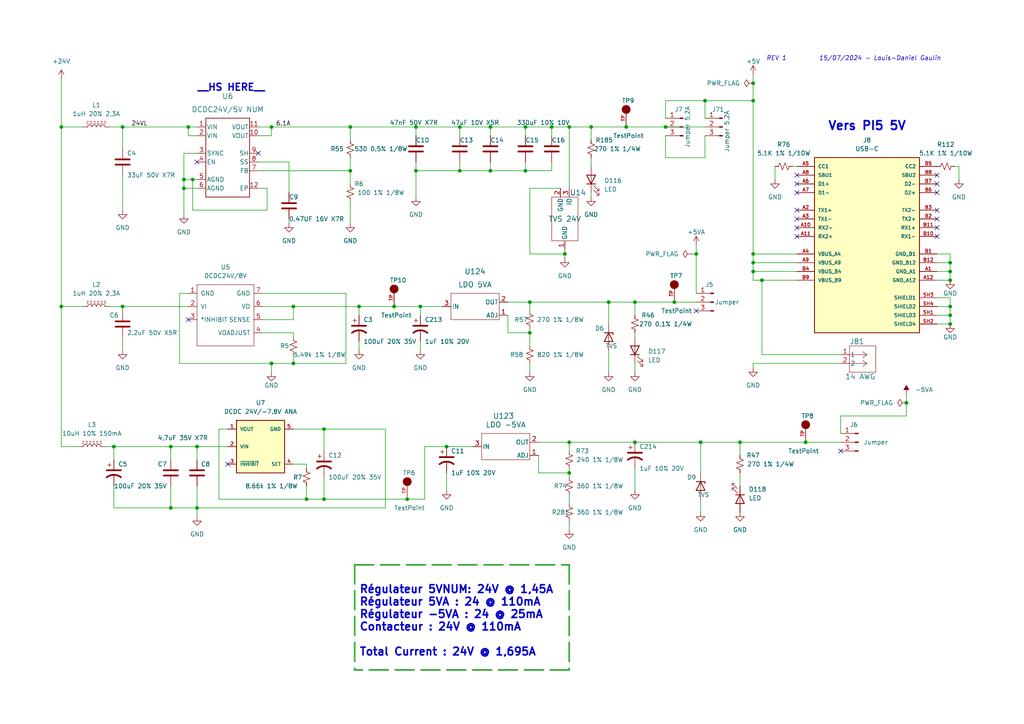
<source format=kicad_sch>
(kicad_sch (version 20211123) (generator eeschema)
  (paper "A4")
  (junction (at 49.53 147.32))
  (junction (at 88.9 144.78))
  (junction (at 218.44 76.2))
  (junction (at 120.65 49.53))
  (junction (at 218.44 78.74))
  (junction (at 35.56 36.83))
  (junction (at 129.54 129.54))
  (junction (at 142.24 36.83))
  (junction (at 181.61 36.83))
  (junction (at 152.4 49.53))
  (junction (at 55.88 52.07))
  (junction (at 133.35 49.53))
  (junction (at 193.04 36.83))
  (junction (at 163.83 73.66))
  (junction (at 275.59 76.2))
  (junction (at 93.98 124.46))
  (junction (at 275.59 78.74))
  (junction (at 57.15 129.54))
  (junction (at 184.15 87.63))
  (junction (at 275.59 88.9))
  (junction (at 35.56 88.9))
  (junction (at 133.35 36.83))
  (junction (at 275.59 81.28))
  (junction (at 142.24 49.53))
  (junction (at 101.6 49.53))
  (junction (at 275.59 93.98))
  (junction (at 184.15 128.27))
  (junction (at 165.1 128.27))
  (junction (at 57.15 147.32))
  (junction (at 153.67 96.52))
  (junction (at 114.3 88.9))
  (junction (at 214.63 128.27))
  (junction (at 195.58 87.63))
  (junction (at 54.61 36.83))
  (junction (at 218.44 73.66))
  (junction (at 152.4 36.83))
  (junction (at 118.11 144.78))
  (junction (at 78.74 36.83))
  (junction (at 233.68 128.27))
  (junction (at 201.93 73.66))
  (junction (at 121.92 88.9))
  (junction (at 93.98 144.78))
  (junction (at 220.98 81.28))
  (junction (at 204.47 29.21))
  (junction (at 218.44 24.13))
  (junction (at 49.53 129.54))
  (junction (at 53.34 52.07))
  (junction (at 165.1 137.16))
  (junction (at 165.1 36.83))
  (junction (at 160.02 36.83))
  (junction (at 153.67 87.63))
  (junction (at 203.2 128.27))
  (junction (at 33.02 129.54))
  (junction (at 218.44 29.21))
  (junction (at 85.09 88.9))
  (junction (at 17.78 36.83))
  (junction (at 120.65 36.83))
  (junction (at 171.45 36.83))
  (junction (at 78.74 105.41))
  (junction (at 101.6 36.83))
  (junction (at 17.78 88.9))
  (junction (at 176.53 87.63))
  (junction (at 53.34 54.61))
  (junction (at 85.09 105.41))
  (junction (at 104.14 88.9))
  (junction (at 275.59 91.44))
  (junction (at 262.89 116.84))
  (no_connect (at 74.93 44.45))
  (no_connect (at 271.78 63.5))
  (no_connect (at 271.78 66.04))
  (no_connect (at 231.14 63.5))
  (no_connect (at 57.15 46.99))
  (no_connect (at 271.78 55.88))
  (no_connect (at 271.78 60.96))
  (no_connect (at 66.04 134.62))
  (no_connect (at 243.84 130.81))
  (no_connect (at 54.61 92.71))
  (no_connect (at 231.14 60.96))
  (no_connect (at 231.14 53.34))
  (no_connect (at 271.78 50.8))
  (no_connect (at 231.14 50.8))
  (no_connect (at 231.14 66.04))
  (no_connect (at 271.78 53.34))
  (no_connect (at 201.93 90.17))
  (no_connect (at 231.14 68.58))
  (no_connect (at 231.14 55.88))
  (no_connect (at 271.78 68.58))
  (wire (pts (xy 31.75 88.9) (xy 35.56 88.9)))
  (wire (pts (xy 118.11 144.78) (xy 123.19 144.78)))
  (wire (pts (xy 184.15 96.52) (xy 184.15 97.79)))
  (wire (pts (xy 165.1 128.27) (xy 184.15 128.27)))
  (wire (pts (xy 152.4 49.53) (xy 142.24 49.53)))
  (wire (pts (xy 53.34 54.61) (xy 53.34 62.23)))
  (wire (pts (xy 120.65 36.83) (xy 133.35 36.83)))
  (wire (pts (xy 184.15 105.41) (xy 184.15 107.95)))
  (wire (pts (xy 271.78 86.36) (xy 275.59 86.36)))
  (wire (pts (xy 142.24 39.37) (xy 142.24 36.83)))
  (wire (pts (xy 78.74 36.83) (xy 101.6 36.83)))
  (wire (pts (xy 152.4 49.53) (xy 160.02 49.53)))
  (wire (pts (xy 120.65 46.99) (xy 120.65 49.53)))
  (wire (pts (xy 53.34 54.61) (xy 57.15 54.61)))
  (wire (pts (xy 33.02 147.32) (xy 49.53 147.32)))
  (wire (pts (xy 57.15 140.97) (xy 57.15 147.32)))
  (wire (pts (xy 218.44 78.74) (xy 231.14 78.74)))
  (wire (pts (xy 78.74 105.41) (xy 78.74 107.95)))
  (wire (pts (xy 165.1 151.13) (xy 165.1 153.67)))
  (wire (pts (xy 165.1 135.89) (xy 165.1 137.16)))
  (wire (pts (xy 85.09 134.62) (xy 88.9 134.62)))
  (wire (pts (xy 152.4 36.83) (xy 160.02 36.83)))
  (wire (pts (xy 204.47 29.21) (xy 218.44 29.21)))
  (wire (pts (xy 218.44 76.2) (xy 231.14 76.2)))
  (wire (pts (xy 57.15 129.54) (xy 66.04 129.54)))
  (wire (pts (xy 49.53 140.97) (xy 49.53 147.32)))
  (wire (pts (xy 156.21 137.16) (xy 165.1 137.16)))
  (wire (pts (xy 55.88 52.07) (xy 57.15 52.07)))
  (wire (pts (xy 57.15 39.37) (xy 54.61 39.37)))
  (wire (pts (xy 243.84 105.41) (xy 218.44 105.41)))
  (wire (pts (xy 153.67 87.63) (xy 176.53 87.63)))
  (wire (pts (xy 35.56 88.9) (xy 35.56 90.17)))
  (wire (pts (xy 153.67 96.52) (xy 153.67 100.33)))
  (wire (pts (xy 63.5 144.78) (xy 88.9 144.78)))
  (wire (pts (xy 275.59 93.98) (xy 271.78 93.98)))
  (wire (pts (xy 271.78 81.28) (xy 275.59 81.28)))
  (wire (pts (xy 88.9 144.78) (xy 88.9 140.97)))
  (wire (pts (xy 129.54 129.54) (xy 137.16 129.54)))
  (wire (pts (xy 171.45 36.83) (xy 181.61 36.83)))
  (wire (pts (xy 85.09 92.71) (xy 85.09 88.9)))
  (wire (pts (xy 88.9 135.89) (xy 88.9 134.62)))
  (wire (pts (xy 57.15 147.32) (xy 111.76 147.32)))
  (wire (pts (xy 171.45 55.88) (xy 171.45 57.15)))
  (wire (pts (xy 85.09 124.46) (xy 93.98 124.46)))
  (wire (pts (xy 271.78 76.2) (xy 275.59 76.2)))
  (polyline (pts (xy 165.1 194.31) (xy 102.87 194.31)) (stroke (width 0.5) (type dash) (color 56 168 58 1)))
  (wire (pts (xy 54.61 85.09) (xy 52.07 85.09)))
  (wire (pts (xy 49.53 129.54) (xy 49.53 133.35)))
  (wire (pts (xy 229.87 48.26) (xy 231.14 48.26)))
  (wire (pts (xy 74.93 49.53) (xy 101.6 49.53)))
  (wire (pts (xy 76.2 88.9) (xy 85.09 88.9)))
  (wire (pts (xy 193.04 45.72) (xy 193.04 39.37)))
  (wire (pts (xy 184.15 87.63) (xy 184.15 91.44)))
  (wire (pts (xy 85.09 88.9) (xy 104.14 88.9)))
  (wire (pts (xy 85.09 97.79) (xy 85.09 96.52)))
  (wire (pts (xy 104.14 99.06) (xy 104.14 101.6)))
  (wire (pts (xy 220.98 102.87) (xy 243.84 102.87)))
  (wire (pts (xy 53.34 52.07) (xy 55.88 52.07)))
  (wire (pts (xy 201.93 73.66) (xy 201.93 85.09)))
  (wire (pts (xy 171.45 45.72) (xy 171.45 48.26)))
  (wire (pts (xy 275.59 88.9) (xy 275.59 91.44)))
  (wire (pts (xy 76.2 96.52) (xy 85.09 96.52)))
  (wire (pts (xy 33.02 140.97) (xy 33.02 147.32)))
  (wire (pts (xy 52.07 85.09) (xy 52.07 105.41)))
  (wire (pts (xy 218.44 105.41) (xy 218.44 106.68)))
  (wire (pts (xy 54.61 39.37) (xy 54.61 36.83)))
  (wire (pts (xy 275.59 73.66) (xy 275.59 76.2)))
  (wire (pts (xy 156.21 128.27) (xy 165.1 128.27)))
  (wire (pts (xy 57.15 44.45) (xy 53.34 44.45)))
  (wire (pts (xy 275.59 86.36) (xy 275.59 88.9)))
  (wire (pts (xy 120.65 49.53) (xy 120.65 57.15)))
  (wire (pts (xy 133.35 39.37) (xy 133.35 36.83)))
  (wire (pts (xy 218.44 78.74) (xy 218.44 81.28)))
  (wire (pts (xy 85.09 105.41) (xy 100.33 105.41)))
  (wire (pts (xy 214.63 128.27) (xy 214.63 132.08)))
  (wire (pts (xy 30.48 129.54) (xy 33.02 129.54)))
  (wire (pts (xy 220.98 81.28) (xy 231.14 81.28)))
  (wire (pts (xy 275.59 76.2) (xy 275.59 78.74)))
  (wire (pts (xy 201.93 73.66) (xy 200.66 73.66)))
  (wire (pts (xy 153.67 87.63) (xy 153.67 90.17)))
  (wire (pts (xy 262.89 114.3) (xy 262.89 116.84)))
  (wire (pts (xy 17.78 36.83) (xy 17.78 88.9)))
  (wire (pts (xy 83.82 55.88) (xy 83.82 46.99)))
  (wire (pts (xy 152.4 46.99) (xy 152.4 49.53)))
  (wire (pts (xy 111.76 124.46) (xy 111.76 147.32)))
  (wire (pts (xy 243.84 125.73) (xy 243.84 120.65)))
  (wire (pts (xy 54.61 36.83) (xy 57.15 36.83)))
  (wire (pts (xy 83.82 46.99) (xy 74.93 46.99)))
  (wire (pts (xy 271.78 73.66) (xy 275.59 73.66)))
  (wire (pts (xy 53.34 52.07) (xy 53.34 54.61)))
  (wire (pts (xy 218.44 73.66) (xy 231.14 73.66)))
  (wire (pts (xy 218.44 76.2) (xy 218.44 78.74)))
  (wire (pts (xy 88.9 144.78) (xy 93.98 144.78)))
  (wire (pts (xy 220.98 81.28) (xy 220.98 102.87)))
  (wire (pts (xy 218.44 73.66) (xy 218.44 76.2)))
  (wire (pts (xy 93.98 144.78) (xy 118.11 144.78)))
  (wire (pts (xy 163.83 73.66) (xy 163.83 72.39)))
  (wire (pts (xy 163.83 74.93) (xy 163.83 73.66)))
  (wire (pts (xy 76.2 92.71) (xy 85.09 92.71)))
  (wire (pts (xy 100.33 85.09) (xy 100.33 105.41)))
  (wire (pts (xy 275.59 91.44) (xy 275.59 93.98)))
  (wire (pts (xy 204.47 39.37) (xy 204.47 45.72)))
  (wire (pts (xy 17.78 129.54) (xy 22.86 129.54)))
  (wire (pts (xy 218.44 24.13) (xy 218.44 29.21)))
  (wire (pts (xy 78.74 105.41) (xy 85.09 105.41)))
  (wire (pts (xy 133.35 36.83) (xy 142.24 36.83)))
  (wire (pts (xy 121.92 88.9) (xy 128.27 88.9)))
  (wire (pts (xy 53.34 44.45) (xy 53.34 52.07)))
  (wire (pts (xy 214.63 128.27) (xy 233.68 128.27)))
  (wire (pts (xy 165.1 143.51) (xy 165.1 146.05)))
  (wire (pts (xy 214.63 137.16) (xy 214.63 140.97)))
  (wire (pts (xy 262.89 120.65) (xy 262.89 116.84)))
  (wire (pts (xy 121.92 91.44) (xy 121.92 88.9)))
  (wire (pts (xy 93.98 138.43) (xy 93.98 144.78)))
  (wire (pts (xy 66.04 124.46) (xy 63.5 124.46)))
  (wire (pts (xy 101.6 45.72) (xy 101.6 49.53)))
  (wire (pts (xy 224.79 48.26) (xy 224.79 52.07)))
  (wire (pts (xy 104.14 88.9) (xy 114.3 88.9)))
  (wire (pts (xy 204.47 29.21) (xy 204.47 34.29)))
  (wire (pts (xy 165.1 36.83) (xy 165.1 54.61)))
  (wire (pts (xy 133.35 49.53) (xy 142.24 49.53)))
  (wire (pts (xy 184.15 128.27) (xy 203.2 128.27)))
  (wire (pts (xy 218.44 21.59) (xy 218.44 24.13)))
  (wire (pts (xy 203.2 128.27) (xy 203.2 137.16)))
  (wire (pts (xy 120.65 36.83) (xy 120.65 39.37)))
  (wire (pts (xy 35.56 88.9) (xy 54.61 88.9)))
  (wire (pts (xy 35.56 60.96) (xy 35.56 50.8)))
  (wire (pts (xy 181.61 36.83) (xy 193.04 36.83)))
  (wire (pts (xy 162.56 54.61) (xy 153.67 54.61)))
  (wire (pts (xy 142.24 36.83) (xy 152.4 36.83)))
  (wire (pts (xy 85.09 102.87) (xy 85.09 105.41)))
  (wire (pts (xy 57.15 129.54) (xy 57.15 133.35)))
  (wire (pts (xy 55.88 60.96) (xy 55.88 52.07)))
  (wire (pts (xy 147.32 87.63) (xy 153.67 87.63)))
  (wire (pts (xy 101.6 36.83) (xy 120.65 36.83)))
  (wire (pts (xy 52.07 105.41) (xy 78.74 105.41)))
  (wire (pts (xy 160.02 46.99) (xy 160.02 49.53)))
  (wire (pts (xy 171.45 36.83) (xy 171.45 40.64)))
  (wire (pts (xy 218.44 29.21) (xy 218.44 73.66)))
  (wire (pts (xy 142.24 46.99) (xy 142.24 49.53)))
  (wire (pts (xy 243.84 120.65) (xy 262.89 120.65)))
  (wire (pts (xy 153.67 54.61) (xy 153.67 73.66)))
  (wire (pts (xy 35.56 97.79) (xy 35.56 101.6)))
  (wire (pts (xy 220.98 81.28) (xy 218.44 81.28)))
  (wire (pts (xy 195.58 87.63) (xy 201.93 87.63)))
  (wire (pts (xy 17.78 88.9) (xy 17.78 129.54)))
  (wire (pts (xy 193.04 29.21) (xy 204.47 29.21)))
  (wire (pts (xy 176.53 101.6) (xy 176.53 107.95)))
  (polyline (pts (xy 102.87 163.83) (xy 102.87 194.31)) (stroke (width 0.5) (type dash) (color 56 168 58 1)))
  (wire (pts (xy 57.15 147.32) (xy 57.15 149.86)))
  (wire (pts (xy 160.02 36.83) (xy 165.1 36.83)))
  (wire (pts (xy 184.15 87.63) (xy 195.58 87.63)))
  (polyline (pts (xy 102.87 163.83) (xy 165.1 163.83)) (stroke (width 0.5) (type dash) (color 56 168 58 1)))
  (wire (pts (xy 77.47 60.96) (xy 55.88 60.96)))
  (wire (pts (xy 74.93 36.83) (xy 78.74 36.83)))
  (wire (pts (xy 160.02 36.83) (xy 160.02 39.37)))
  (wire (pts (xy 275.59 78.74) (xy 275.59 81.28)))
  (wire (pts (xy 123.19 129.54) (xy 129.54 129.54)))
  (wire (pts (xy 165.1 36.83) (xy 171.45 36.83)))
  (wire (pts (xy 101.6 58.42) (xy 101.6 64.77)))
  (wire (pts (xy 49.53 147.32) (xy 57.15 147.32)))
  (wire (pts (xy 147.32 91.44) (xy 147.32 96.52)))
  (wire (pts (xy 104.14 88.9) (xy 104.14 91.44)))
  (wire (pts (xy 165.1 128.27) (xy 165.1 130.81)))
  (wire (pts (xy 203.2 128.27) (xy 214.63 128.27)))
  (wire (pts (xy 193.04 36.83) (xy 204.47 36.83)))
  (wire (pts (xy 93.98 124.46) (xy 93.98 130.81)))
  (wire (pts (xy 204.47 45.72) (xy 193.04 45.72)))
  (wire (pts (xy 133.35 46.99) (xy 133.35 49.53)))
  (wire (pts (xy 153.67 95.25) (xy 153.67 96.52)))
  (wire (pts (xy 156.21 132.08) (xy 156.21 137.16)))
  (wire (pts (xy 165.1 137.16) (xy 165.1 138.43)))
  (wire (pts (xy 271.78 91.44) (xy 275.59 91.44)))
  (wire (pts (xy 101.6 36.83) (xy 101.6 40.64)))
  (wire (pts (xy 74.93 39.37) (xy 78.74 39.37)))
  (wire (pts (xy 17.78 88.9) (xy 24.13 88.9)))
  (wire (pts (xy 176.53 87.63) (xy 176.53 93.98)))
  (wire (pts (xy 278.13 48.26) (xy 278.13 52.07)))
  (wire (pts (xy 101.6 49.53) (xy 101.6 53.34)))
  (wire (pts (xy 31.75 36.83) (xy 35.56 36.83)))
  (wire (pts (xy 35.56 36.83) (xy 35.56 43.18)))
  (wire (pts (xy 17.78 36.83) (xy 24.13 36.83)))
  (wire (pts (xy 78.74 39.37) (xy 78.74 36.83)))
  (wire (pts (xy 120.65 49.53) (xy 133.35 49.53)))
  (wire (pts (xy 193.04 34.29) (xy 193.04 29.21)))
  (wire (pts (xy 233.68 128.27) (xy 243.84 128.27)))
  (polyline (pts (xy 165.1 163.83) (xy 165.1 194.31)) (stroke (width 0.5) (type dash) (color 56 168 58 1)))
  (wire (pts (xy 114.3 88.9) (xy 121.92 88.9)))
  (wire (pts (xy 176.53 87.63) (xy 184.15 87.63)))
  (wire (pts (xy 184.15 135.89) (xy 184.15 142.24)))
  (wire (pts (xy 271.78 78.74) (xy 275.59 78.74)))
  (wire (pts (xy 83.82 63.5) (xy 83.82 64.77)))
  (wire (pts (xy 201.93 71.12) (xy 201.93 73.66)))
  (wire (pts (xy 49.53 129.54) (xy 57.15 129.54)))
  (wire (pts (xy 33.02 133.35) (xy 33.02 129.54)))
  (wire (pts (xy 63.5 124.46) (xy 63.5 144.78)))
  (wire (pts (xy 121.92 99.06) (xy 121.92 101.6)))
  (wire (pts (xy 147.32 96.52) (xy 153.67 96.52)))
  (wire (pts (xy 129.54 137.16) (xy 129.54 142.24)))
  (wire (pts (xy 76.2 85.09) (xy 100.33 85.09)))
  (wire (pts (xy 77.47 54.61) (xy 77.47 60.96)))
  (wire (pts (xy 276.86 48.26) (xy 278.13 48.26)))
  (wire (pts (xy 152.4 39.37) (xy 152.4 36.83)))
  (wire (pts (xy 77.47 54.61) (xy 74.93 54.61)))
  (wire (pts (xy 153.67 105.41) (xy 153.67 107.95)))
  (wire (pts (xy 33.02 129.54) (xy 49.53 129.54)))
  (wire (pts (xy 203.2 144.78) (xy 203.2 148.59)))
  (wire (pts (xy 93.98 124.46) (xy 111.76 124.46)))
  (wire (pts (xy 153.67 73.66) (xy 163.83 73.66)))
  (wire (pts (xy 123.19 144.78) (xy 123.19 129.54)))
  (wire (pts (xy 35.56 36.83) (xy 54.61 36.83)))
  (wire (pts (xy 271.78 88.9) (xy 275.59 88.9)))
  (wire (pts (xy 17.78 22.86) (xy 17.78 36.83)))
  (text "REV 1" (at 222.25 17.78 0) (effects (font (size 1.27 1.27) italic) (justify left bottom)))
  (text "__HS HERE__" (at 57.15 26.67 0) (effects (font (size 2 2) (thickness 0.4) bold) (justify left bottom)))
  (text "15/07/2024 - Louis-Daniel Gaulin" (at 237.49 17.78 0) (effects (font (size 1.27 1.27) italic) (justify left bottom)))
  (text "Vers PI5 5V" (at 240.03 38.1 0) (effects (font (size 2.5 2.5) (thickness 0.5) bold) (justify left bottom)))
  (text "Régulateur 5VNUM: 24V @ 1,45A\nRégulateur 5VA : 24 @ 110mA\nRégulateur -5VA : 24 @ 25mA\nContacteur : 24V @ 110mA\n\nTotal Current : 24V @ 1,695A" (at 104.14 190.5 0) (effects (font (size 2.25 2.25) (thickness 0.45) bold) (justify left bottom)))
  (label "24VL" (at 38.1 36.83 0))
  (label "6.1A" (at 80.01 36.83 0))
  (symbol (lib_id "SymLib:PTN78060WAD") (at 66.04 91.44 0) (unit 1)
    (property "Reference" "U5" (at 65.405 77.47 0))
    (property "Value" "DCDC24V/8V" (at 65.405 80.01 0))
    (property "Footprint" "FootPrintLib:PTN78060WAD" (effects hide))
    (property "DESCRIPTION" "Non-Isolated PoL Module DC DC Converter 1 Output 2.5 ~ 12.6V 3A 7V - 36V Input" (effects hide))
    (property "MANUFACTURER" "Texas Instrument" (effects hide))
    (property "PACKAGE" "7-DIP Module" (effects hide))
    (property "PART NUMBER" "PTN78060WAD" (effects hide))
    (property "TYPE" "SMD" (effects hide))
  )
  (symbol (lib_id "Device:D_Zener") (at 203.2 140.97 270) (unit 1)
    (property "Reference" "D9" (at 201.93 138.43 90) (effects (justify right)))
    (property "Value" "TVS" (at 205.74 143.51 90) (effects (justify right)))
    (property "Footprint" "FootPrint:DPY2_TEX" (effects hide))
    (property "DESCRIPTION" "TVS DIODE 5.5VWM 14VC 2X1SON" (effects hide))
    (property "MANUFACTURER" "Texas Instruments" (effects hide))
    (property "PACKAGE" "0402 (1006 Metric)" (effects hide))
    (property "PART NUMBER" "TPD1E05U06DPYR" (effects hide))
    (property "TYPE" "SMD" (effects hide))
  )
  (symbol (lib_id "power:-5VA") (at 262.89 114.3 0) (unit 1)
    (property "Reference" "#PWR035" (effects hide))
    (property "Value" "-5VA" (at 265.43 113.0299 0) (effects (justify left)))
  )
  (symbol (lib_id "Device:R_Small_US") (at 165.1 140.97 180) (unit 1)
    (property "Reference" "R74" (at 162.56 140.97 0))
    (property "Value" "360 1% 1/8W" (at 173.99 140.97 0))
    (property "Footprint" "Resistor_SMD:R_0805_2012Metric" (effects hide))
    (property "MANUFACTURER" "Panasonic Electronic Components" (effects hide))
    (property "PACKAGE" "0805 (2012 Metric)" (effects hide))
    (property "PART NUMBER" "ERJ-6ENF3600V" (effects hide))
    (property "TYPE" "SMD" (effects hide))
    (property "DESCRIPTION" "360 Ohms ±1% 0.125W, 1/8W Chip Resistor 0805 (2012 Metric) Automotive AEC-Q200 Thick Film" (effects hide))
  )
  (symbol (lib_id "power:+24V") (at 17.78 22.86 0) (unit 1)
    (property "Reference" "#PWR019" (effects hide))
    (property "Value" "+24V" (at 17.78 17.78 0))
  )
  (symbol (lib_id "power:GND") (at 184.15 107.95 0) (unit 1)
    (property "Reference" "#PWR0343" (effects hide))
    (property "Value" "GND" (at 184.15 113.03 0))
  )
  (symbol (lib_id "Device:C") (at 35.56 93.98 0) (unit 1)
    (property "Reference" "C6" (at 31.75 91.44 0) (effects (justify left)))
    (property "Value" "2.2uF 50V X5R" (at 36.83 96.52 0) (effects (justify left)))
    (property "Footprint" "Capacitor_SMD:C_0805_2012Metric" (effects hide))
    (property "MANUFACTURER" "Murata Electronics" (effects hide))
    (property "PACKAGE" "0805 (2012 Metric)" (effects hide))
    (property "PART NUMBER" "GRT21BR61H225KE13L" (effects hide))
    (property "TYPE" "SMD" (effects hide))
    (property "DESCRIPTION" "2.2 µF ±10% 50V Ceramic Capacitor X5R 0805 (2012 Metric)" (effects hide))
  )
  (symbol (lib_id "SymLib:5005") (at 118.11 139.7 90) (unit 1)
    (property "Reference" "TP6" (at 116.84 137.16 90) (effects (justify right)))
    (property "Value" "TestPoint" (at 114.3 147.32 90) (effects (justify right)))
    (property "Footprint" "FootPrint:KEYSTONE_5005" (effects hide))
    (property "MF" "Keystone Electronics" (effects hide))
    (property "DESCRIPTION" "PC TEST POINT COMPACT RED" (effects hide))
    (property "PACKAGE" "0.125\" Dia x 0.220\" L " (effects hide))
    (property "PRICE" "None" (effects hide))
    (property "MP" "5005" (effects hide))
    (property "AVAILABILITY" "In Stock" (effects hide))
    (property "MANUFACTURER" "Keystone Electronics" (effects hide))
    (property "PART NUMBER" "5005" (effects hide))
    (property "TYPE" "Through Hole" (effects hide))
    (property "NOTES" "DO NOT POPULATE" (effects hide))
  )
  (symbol (lib_id "Device:R_Small_US") (at 153.67 102.87 180) (unit 1)
    (property "Reference" "R58" (at 149.86 102.87 0))
    (property "Value" "820 1% 1/8W" (at 162.56 102.87 0))
    (property "Footprint" "Resistor_SMD:R_0805_2012Metric" (effects hide))
    (property "MANUFACTURER" "Panasonic Electronic Components" (effects hide))
    (property "PACKAGE" "0805 (2012 Metric)" (effects hide))
    (property "PART NUMBER" "ERJ-6ENF8200V" (effects hide))
    (property "TYPE" "SMD" (effects hide))
    (property "DESCRIPTION" "820 Ohms ±1% 0.125W, 1/8W Chip Resistor 0805 (2012 Metric) Automotive AEC-Q200 Thick Film" (effects hide))
  )
  (symbol (lib_id "Device:R_Small_US") (at 171.45 43.18 180) (unit 1)
    (property "Reference" "R185" (at 175.26 40.64 0))
    (property "Value" "270 1% 1/4W" (at 179.07 43.18 0))
    (property "Footprint" "Resistor_SMD:R_0805_2012Metric" (effects hide))
    (property "MANUFACTURER" "Panasonic Electronic Components" (effects hide))
    (property "PACKAGE" "0805 (2012 Metric)" (effects hide))
    (property "PART NUMBER" "ERJ-PB6B2700V" (effects hide))
    (property "TYPE" "SMD" (effects hide))
    (property "DESCRIPTION" "270 Ohms ±0.1% 0.25W, 1/4W Chip Resistor 0805 (2012 Metric) Automotive AEC-Q200, Pulse Withstanding Thick Film" (effects hide))
  )
  (symbol (lib_id "SymLib:LM338T_NOPB") (at 109.22 87.63 0) (unit 1)
    (property "Reference" "U124" (at 137.795 78.74 0) (effects (font (size 1.524 1.524))))
    (property "Value" "LDO 5VA" (at 137.795 82.55 0) (effects (font (size 1.524 1.524))))
    (property "Footprint" "FootPrintLib:T03B_TEX" (effects hide))
    (property "Datasheet" "LM338T/NOPB" (effects hide))
    (property "DESCRIPTION" "Linear Voltage Regulator IC Positive Adjustable 1 Output 5A TO-220-3" (effects hide))
    (property "MANUFACTURER" "Texas Instrument" (effects hide))
    (property "PACKAGE" "TO-220-3" (effects hide))
    (property "PART NUMBER" "LM338T/NOPB" (effects hide))
    (property "TYPE" "Through Hole" (effects hide))
  )
  (symbol (lib_id "power:GND") (at 83.82 64.77 0) (unit 1)
    (property "Reference" "#PWR026" (effects hide))
    (property "Value" "GND" (at 83.82 69.85 0))
  )
  (symbol (lib_id "power:+5VA") (at 201.93 71.12 0) (unit 1)
    (property "Reference" "#PWR034" (effects hide))
    (property "Value" "+5VA" (at 201.93 67.31 0))
  )
  (symbol (lib_id "Device:C_Polarized_US") (at 121.92 95.25 0) (unit 1)
    (property "Reference" "C213" (at 123.19 92.71 0) (effects (justify left)))
    (property "Value" "1uF 10% 20V" (at 123.19 99.06 0) (effects (justify left)))
    (property "Footprint" "FootPrintLib:CAPMP3216X180N" (effects hide))
    (property "MANUFACTURER" "KEMET" (effects hide))
    (property "PACKAGE" "1206 (3216 Metric)" (effects hide))
    (property "TYPE" "SMD" (effects hide))
    (property "PART NUMBER" "T491A105K020AT" (effects hide))
    (property "DESCRIPTION" "1 µF Molded Tantalum Capacitors 20 V 1206 (3216 Metric) 9Ohm" (effects hide))
  )
  (symbol (lib_id "SymLib:PTN78000AAH") (at 74.93 129.54 0) (unit 1)
    (property "Reference" "U7" (at 75.565 116.84 0))
    (property "Value" "DCDC 24V/-7,8V ANA" (at 75.565 119.38 0))
    (property "Footprint" "FootPrintLib:PTN78000" (effects hide))
    (property "DESCRIPTION" "Non-Isolated PoL Module DC DC Converter 1 Output -15 ~ -3V 1.5A 7V - 28.7V Input" (effects hide))
    (property "MANUFACTURER" "Texas Instruments" (effects hide))
    (property "PACKAGE" "5-DIP Module" (effects hide))
    (property "PART NUMBER" "PTN78000AAH" (effects hide))
    (property "TYPE" "Through Hole" (effects hide))
  )
  (symbol (lib_id "Device:C") (at 35.56 46.99 0) (unit 1)
    (property "Reference" "C4" (at 36.83 44.45 0) (effects (justify left)))
    (property "Value" "33uF 50V X7R" (at 36.83 50.8 0) (effects (justify left)))
    (property "Footprint" "FootPrintLib:CAPC6153X500N" (effects hide))
    (property "MANUFACTURER" "Murata Electronics" (effects hide))
    (property "PACKAGE" "2J-Lead" (effects hide))
    (property "PART NUMBER" "KCM55WR71H336MH01L" (effects hide))
    (property "TYPE" "Stacked SMD" (effects hide))
    (property "DESCRIPTION" "33 µF ±20% 50V Ceramic Capacitor X7R Stacked SMD, 2 J-Lead" (effects hide))
  )
  (symbol (lib_id "power:GND") (at 78.74 107.95 0) (unit 1)
    (property "Reference" "#PWR027" (effects hide))
    (property "Value" "GND" (at 78.74 111.76 0))
  )
  (symbol (lib_id "Device:C") (at 120.65 43.18 0) (unit 1)
    (property "Reference" "C10" (at 120.65 40.64 0) (effects (justify left)))
    (property "Value" "47nF 50V X7R" (at 113.03 35.56 0) (effects (justify left)))
    (property "Footprint" "Capacitor_SMD:C_1206_3216Metric" (effects hide))
    (property "MANUFACTURER" "YAGEO" (effects hide))
    (property "PACKAGE" "1206 (3216 Metric)" (effects hide))
    (property "PART NUMBER" "CC1206KRX7R9BB473" (effects hide))
    (property "TYPE" "SMD" (effects hide))
    (property "DESCRIPTION" "0.047 µF ±10% 50V Ceramic Capacitor X7R 1206 (3216 Metric)" (effects hide))
  )
  (symbol (lib_id "Device:R_Small_US") (at 184.15 93.98 180) (unit 1)
    (property "Reference" "R46" (at 187.96 91.44 0))
    (property "Value" "270 0,1% 1/4W" (at 193.04 93.98 0))
    (property "Footprint" "Resistor_SMD:R_0805_2012Metric" (effects hide))
    (property "MANUFACTURER" "Panasonic Electronic Components" (effects hide))
    (property "PACKAGE" "0805 (2012 Metric)" (effects hide))
    (property "PART NUMBER" "ERJ-PB6B2700V" (effects hide))
    (property "TYPE" "SMD" (effects hide))
    (property "DESCRIPTION" "270 Ohms ±0.1% 0.25W, 1/4W Chip Resistor 0805 (2012 Metric) Automotive AEC-Q200, Pulse Withstanding Thick Film" (effects hide))
  )
  (symbol (lib_id "power:GND") (at 218.44 106.68 0) (unit 1)
    (property "Reference" "#PWR032" (effects hide))
    (property "Value" "GND" (at 218.44 111.76 0))
  )
  (symbol (lib_id "Connector:Conn_01x03_Male") (at 207.01 87.63 0) (mirror y) (unit 1)
    (property "Reference" "J5" (at 205.74 82.55 0))
    (property "Value" "Jumper" (at 210.82 87.63 0))
    (property "Footprint" "Connector_PinHeader_2.54mm:PinHeader_1x03_P2.54mm_Vertical" (effects hide))
    (property "DESCRIPTION" "CONN HEADER VERT 3POS 2.54MM" (effects hide))
    (property "MANUFACTURER" "Würth Elektronik" (effects hide))
    (property "PACKAGE" "Square 0.100\" (2.54mm)" (effects hide))
    (property "PART NUMBER" "61300311121" (effects hide))
    (property "TYPE" "Through Hole" (effects hide))
  )
  (symbol (lib_id "Device:C") (at 57.15 137.16 0) (mirror y) (unit 1)
    (property "Reference" "C8" (at 60.96 134.62 0) (effects (justify left)))
    (property "Value" "4,7uF 35V X7R" (effects hide))
    (property "Footprint" "Capacitor_SMD:C_0805_2012Metric" (effects hide))
    (property "MANUFACTURER" "Murata Electronics" (effects hide))
    (property "PACKAGE" "0805 (2012 Metric)" (effects hide))
    (property "PART NUMBER" "GRM21BZ7YA475KE15K" (effects hide))
    (property "TYPE" "SMD" (effects hide))
    (property "DESCRIPTION" "4.7 µF ±10% 35V Ceramic Capacitor X7R 0805 (2012 Metric)" (effects hide))
  )
  (symbol (lib_id "Device:L_Ferrite") (at 27.94 36.83 90) (unit 1)
    (property "Reference" "L1" (at 27.94 30.48 90))
    (property "Value" "1uH 20% 2,3A" (at 27.94 33.02 90))
    (property "Footprint" "Inductor_SMD:L_1210_3225Metric" (effects hide))
    (property "MANUFACTURER" "Pulse Electronics" (effects hide))
    (property "PACKAGE" "1210 (3225 Metric)" (effects hide))
    (property "PART NUMBER" "BWQC003225161R0MH1" (effects hide))
    (property "TYPE" "SMD" (effects hide))
    (property "DESCRIPTION" "1 µH Unshielded Drum Core, Wirewound Inductor 2.3 A 45mOhm Max 1210 (3225 Metric)" (effects hide))
  )
  (symbol (lib_id "Device:C_Polarized_US") (at 104.14 95.25 0) (unit 1)
    (property "Reference" "C3" (at 105.41 92.71 0) (effects (justify left)))
    (property "Value" "100uF 20% 35V" (at 105.41 99.06 0) (effects (justify left)))
    (property "Footprint" "FootPrintLib:CAP_K1V101P_PAN" (effects hide))
    (property "MANUFACTURER" "Panasonic Electronic Components" (effects hide))
    (property "PACKAGE" "Radial, Can" (effects hide))
    (property "TYPE" "SMD" (effects hide))
    (property "PART NUMBER" "EEE-FK1V101P" (effects hide))
    (property "DESCRIPTION" "100 µF 35 V Aluminum Electrolytic Capacitors Radial, Can - SMD 2000 Hrs @ 105°C" (effects hide))
  )
  (symbol (lib_id "Device:R_Small_US") (at 101.6 55.88 180) (unit 1)
    (property "Reference" "R6" (at 104.14 53.34 0))
    (property "Value" "100 1% 1/8W" (at 110.49 55.88 0))
    (property "Footprint" "Resistor_SMD:R_0805_2012Metric" (effects hide))
    (property "MANUFACTURER" "Panasonic Electronic Components" (effects hide))
    (property "PACKAGE" "0805 (2012 Metric)" (effects hide))
    (property "PART NUMBER" "ERJ-6ENF1000V" (effects hide))
    (property "TYPE" "SMD" (effects hide))
    (property "DESCRIPTION" "100 Ohms ±1% 0.125W, 1/8W Chip Resistor 0805 (2012 Metric) Automotive AEC-Q200 Thick Film" (effects hide))
  )
  (symbol (lib_id "Device:LED") (at 214.63 144.78 270) (unit 1)
    (property "Reference" "D118" (at 217.17 141.9224 90) (effects (justify left)))
    (property "Value" "LED" (at 217.17 144.4624 90) (effects (justify left)))
    (property "Footprint" "FootPrintLib:WL-SMCW_0603" (effects hide))
    (property "DESCRIPTION" "Red 625nm LED Indication - Discrete 2V 0603 (1608 Metric)" (effects hide))
    (property "MANUFACTURER" "Würth Elektronik" (effects hide))
    (property "PACKAGE" "0603 (1608 Metric)" (effects hide))
    (property "PART NUMBER" "150060RS75000" (effects hide))
    (property "TYPE" "SMD" (effects hide))
  )
  (symbol (lib_id "Device:LED") (at 171.45 52.07 90) (unit 1)
    (property "Reference" "D116" (at 175.26 52.3874 90) (effects (justify right)))
    (property "Value" "LED" (at 175.26 54.9274 90) (effects (justify right)))
    (property "Footprint" "FootPrintLib:WL-SMCW_0603" (effects hide))
    (property "DESCRIPTION" "Red 625nm LED Indication - Discrete 2V 0603 (1608 Metric)" (effects hide))
    (property "MANUFACTURER" "Würth Elektronik" (effects hide))
    (property "PACKAGE" "0603 (1608 Metric)" (effects hide))
    (property "PART NUMBER" "150060RS75000" (effects hide))
    (property "TYPE" "SMD" (effects hide))
  )
  (symbol (lib_id "Device:R_Small_US") (at 165.1 133.35 180) (unit 1)
    (property "Reference" "R73" (at 168.91 130.81 0))
    (property "Value" "240 1% 1/8W" (at 173.99 133.35 0))
    (property "Footprint" "Resistor_SMD:R_0805_2012Metric" (effects hide))
    (property "MANUFACTURER" "Panasonic Electronic Components" (effects hide))
    (property "PACKAGE" "0805 (2012 Metric)" (effects hide))
    (property "PART NUMBER" "ERJ-6ENF2400V" (effects hide))
    (property "TYPE" "SMD" (effects hide))
    (property "DESCRIPTION" "240 Ohms ±1% 0.125W, 1/8W Chip Resistor 0805 (2012 Metric) Automotive AEC-Q200 Thick Film" (effects hide))
  )
  (symbol (lib_id "Device:C_Polarized_US") (at 184.15 132.08 0) (unit 1)
    (property "Reference" "C214" (at 185.42 129.54 0) (effects (justify left)))
    (property "Value" "1uF 10% 20V" (at 185.42 135.89 0) (effects (justify left)))
    (property "Footprint" "FootPrintLib:CAPMP3216X180N" (effects hide))
    (property "MANUFACTURER" "KEMET" (effects hide))
    (property "PACKAGE" "1206 (3216 Metric)" (effects hide))
    (property "TYPE" "SMD" (effects hide))
    (property "PART NUMBER" "T491A105K020AT" (effects hide))
    (property "DESCRIPTION" "1 µF Molded Tantalum Capacitors 20 V 1206 (3216 Metric) 9Ohm" (effects hide))
  )
  (symbol (lib_id "SymLib:PTSM36ADBZR") (at 163.83 63.5 270) (unit 1)
    (property "Reference" "U14" (at 167.64 55.88 90) (effects (font (size 1.524 1.524))))
    (property "Value" "TVS 24V" (at 163.83 63.5 90) (effects (font (size 1.524 1.524))))
    (property "Footprint" "FootPrint:SOT-23-3_DBZ_TEX" (effects hide))
    (property "DESCRIPTION" "57V (Typ) Clamp 41A (8/20µs) Ipp Tvs Diode Surface Mount SOT-23-3" (effects hide))
    (property "MANUFACTURER" "Texas Instruments" (effects hide))
    (property "PACKAGE" "SOT-23-3" (effects hide))
    (property "PART NUMBER" "TSM36ADBZR" (effects hide))
    (property "TYPE" "SMD" (effects hide))
  )
  (symbol (lib_id "SymLib:5005") (at 114.3 83.82 90) (unit 1)
    (property "Reference" "TP10" (at 113.03 81.28 90) (effects (justify right)))
    (property "Value" "TestPoint" (at 110.49 91.44 90) (effects (justify right)))
    (property "Footprint" "FootPrint:KEYSTONE_5005" (effects hide))
    (property "MF" "Keystone Electronics" (effects hide))
    (property "DESCRIPTION" "PC TEST POINT COMPACT RED" (effects hide))
    (property "PACKAGE" "0.125\" Dia x 0.220\" L " (effects hide))
    (property "PRICE" "None" (effects hide))
    (property "MP" "5005" (effects hide))
    (property "AVAILABILITY" "In Stock" (effects hide))
    (property "MANUFACTURER" "Keystone Electronics" (effects hide))
    (property "PART NUMBER" "5005" (effects hide))
    (property "TYPE" "Through Hole" (effects hide))
    (property "NOTES" "DO NOT POPULATE" (effects hide))
  )
  (symbol (lib_id "power:+5V") (at 218.44 21.59 0) (unit 1)
    (property "Reference" "#PWR036" (effects hide))
    (property "Value" "+5V" (at 218.44 17.78 0))
  )
  (symbol (lib_id "power:GND") (at 35.56 101.6 0) (unit 1)
    (property "Reference" "#PWR022" (effects hide))
    (property "Value" "GND" (at 35.56 106.68 0))
  )
  (symbol (lib_id "Connector:Conn_01x03_Male") (at 209.55 36.83 0) (mirror y) (unit 1)
    (property "Reference" "J71" (at 208.28 31.75 0))
    (property "Value" "Jumper 5,2A" (at 210.82 38.1 90))
    (property "Footprint" "Connector_PinHeader_2.54mm:PinHeader_1x03_P2.54mm_Vertical" (effects hide))
    (property "DESCRIPTION" "Connector Header Through Hole 3 position 0.100\" (2.54mm)" (effects hide))
    (property "MANUFACTURER" "Samtec Inc." (effects hide))
    (property "PACKAGE" "Square 0.100\" (2.54mm)" (effects hide))
    (property "PART NUMBER" "MTLW-103-07-G-S-230" (effects hide))
    (property "TYPE" "Through Hole" (effects hide))
  )
  (symbol (lib_id "power:GND") (at 203.2 148.59 0) (unit 1)
    (property "Reference" "#PWR056" (effects hide))
    (property "Value" "GND" (at 203.2 153.67 0))
  )
  (symbol (lib_id "SymLib:5005") (at 233.68 123.19 90) (unit 1)
    (property "Reference" "TP8" (at 232.41 120.65 90) (effects (justify right)))
    (property "Value" "TestPoint" (at 228.6 130.81 90) (effects (justify right)))
    (property "Footprint" "FootPrint:KEYSTONE_5005" (effects hide))
    (property "MF" "Keystone Electronics" (effects hide))
    (property "DESCRIPTION" "PC TEST POINT COMPACT RED" (effects hide))
    (property "PACKAGE" "0.125\" Dia x 0.220\" L " (effects hide))
    (property "PRICE" "None" (effects hide))
    (property "MP" "5005" (effects hide))
    (property "AVAILABILITY" "In Stock" (effects hide))
    (property "MANUFACTURER" "Keystone Electronics" (effects hide))
    (property "PART NUMBER" "5005" (effects hide))
    (property "TYPE" "Through Hole" (effects hide))
    (property "NOTES" "DO NOT POPULATE" (effects hide))
  )
  (symbol (lib_id "SymLib:LMZ23610TZ_NOPB") (at 72.39 44.45 0) (unit 1)
    (property "Reference" "U6" (at 66.04 27.94 0) (effects (font (size 1.524 1.524))))
    (property "Value" "DCDC24V/5V NUM" (at 66.04 31.75 0) (effects (font (size 1.524 1.524))))
    (property "Footprint" "FootPrint:NDY0011A_L" (effects hide))
    (property "Datasheet" "LMZ23610TZ/NOPB" (effects hide))
    (property "DESCRIPTION" "Non-Isolated PoL Module DC DC Converter 1 Output 0.8 ~ 6V 10A 6V - 36V Input" (effects hide))
    (property "MANUFACTURER" "Texas Instruments" (effects hide))
    (property "PACKAGE" "TO-PMOD-11, Power Module" (effects hide))
    (property "PART NUMBER" "LMZ23610TZ/NOPB" (effects hide))
    (property "TYPE" "SMD" (effects hide))
  )
  (symbol (lib_id "Connector:Conn_01x03_Male") (at 198.12 36.83 0) (mirror y) (unit 1)
    (property "Reference" "J7" (at 196.85 31.75 0))
    (property "Value" "Jumper 5,2A" (at 199.39 36.83 90))
    (property "Footprint" "Connector_PinHeader_2.54mm:PinHeader_1x03_P2.54mm_Vertical" (effects hide))
    (property "DESCRIPTION" "Connector Header Through Hole 3 position 0.100\" (2.54mm)" (effects hide))
    (property "MANUFACTURER" "Samtec Inc." (effects hide))
    (property "PACKAGE" "Square 0.100\" (2.54mm)" (effects hide))
    (property "PART NUMBER" "MTLW-103-07-G-S-230" (effects hide))
    (property "TYPE" "Through Hole" (effects hide))
  )
  (symbol (lib_id "SymLib:5005") (at 181.61 31.75 90) (unit 1)
    (property "Reference" "TP9" (at 180.34 29.21 90) (effects (justify right)))
    (property "Value" "TestPoint" (at 177.8 39.37 90) (effects (justify right)))
    (property "Footprint" "FootPrint:KEYSTONE_5005" (effects hide))
    (property "MF" "Keystone Electronics" (effects hide))
    (property "DESCRIPTION" "PC TEST POINT COMPACT RED" (effects hide))
    (property "PACKAGE" "0.125\" Dia x 0.220\" L " (effects hide))
    (property "PRICE" "None" (effects hide))
    (property "MP" "5005" (effects hide))
    (property "AVAILABILITY" "In Stock" (effects hide))
    (property "MANUFACTURER" "Keystone Electronics" (effects hide))
    (property "PART NUMBER" "5005" (effects hide))
    (property "TYPE" "Through Hole" (effects hide))
    (property "NOTES" "DO NOT POPULATE" (effects hide))
  )
  (symbol (lib_id "Device:R_Small_US") (at 85.09 100.33 180) (unit 1)
    (property "Reference" "R5" (at 82.55 100.33 0))
    (property "Value" "5.49k 1% 1/8W" (at 92.71 102.87 0))
    (property "Footprint" "Resistor_SMD:R_0805_2012Metric" (effects hide))
    (property "MANUFACTURER" "YAGEO" (effects hide))
    (property "PACKAGE" "0805 (2012 Metric)" (effects hide))
    (property "PART NUMBER" "RC0805FR-075K49L" (effects hide))
    (property "TYPE" "SMD" (effects hide))
    (property "DESCRIPTION" "5.49 kOhms ±1% 0.125W, 1/8W Chip Resistor 0805 (2012 Metric) Moisture Resistant Thick Film" (effects hide))
  )
  (symbol (lib_id "Device:C") (at 49.53 137.16 0) (unit 1)
    (property "Reference" "C7" (at 45.72 134.62 0) (effects (justify left)))
    (property "Value" "4,7uF 35V X7R" (at 45.72 127 0) (effects (justify left)))
    (property "Footprint" "Capacitor_SMD:C_0805_2012Metric" (effects hide))
    (property "MANUFACTURER" "Murata Electronics" (effects hide))
    (property "PACKAGE" "0805 (2012 Metric)" (effects hide))
    (property "PART NUMBER" "GRM21BZ7YA475KE15K" (effects hide))
    (property "TYPE" "SMD" (effects hide))
    (property "DESCRIPTION" "4.7 µF ±10% 35V Ceramic Capacitor X7R 0805 (2012 Metric)" (effects hide))
  )
  (symbol (lib_id "Device:C_Polarized_US") (at 33.02 137.16 0) (unit 1)
    (property "Reference" "C5" (at 34.29 134.62 0) (effects (justify left)))
    (property "Value" "100uF 20% 35V" (at 33.02 140.97 0) (effects (justify left)))
    (property "Footprint" "FootPrintLib:CAP_K1V101P_PAN" (effects hide))
    (property "MANUFACTURER" "Panasonic Electronic Components" (effects hide))
    (property "PACKAGE" "Radial, Can" (effects hide))
    (property "TYPE" "SMD" (effects hide))
    (property "PART NUMBER" "EEE-FK1V101P" (effects hide))
    (property "DESCRIPTION" "100 µF 35 V Aluminum Electrolytic Capacitors Radial, Can - SMD 2000 Hrs @ 105°C" (effects hide))
  )
  (symbol (lib_id "Device:C") (at 152.4 43.18 0) (unit 1)
    (property "Reference" "C15" (at 152.4 40.64 0) (effects (justify left)))
    (property "Value" "330uF 10% 10V" (effects hide))
    (property "Footprint" "FootPrintLib:CAPMP7.6X4.3_3.1N_KEM" (effects hide))
    (property "MANUFACTURER" "KEMET" (effects hide))
    (property "PACKAGE" "2917 (7343 Metric)" (effects hide))
    (property "PART NUMBER" "T495D337K010ATE150" (effects hide))
    (property "TYPE" "SMD" (effects hide))
    (property "DESCRIPTION" "330 µF Molded Tantalum Capacitors 10 V 2917 (7343 Metric) 150mOhm" (effects hide))
  )
  (symbol (lib_id "power:GND") (at 53.34 62.23 0) (unit 1)
    (property "Reference" "#PWR023" (effects hide))
    (property "Value" "GND" (at 53.34 67.31 0))
  )
  (symbol (lib_id "power:GND") (at 176.53 107.95 0) (unit 1)
    (property "Reference" "#PWR055" (effects hide))
    (property "Value" "GND" (at 176.53 113.03 0))
  )
  (symbol (lib_id "Device:C_Polarized_US") (at 93.98 134.62 0) (unit 1)
    (property "Reference" "C12" (at 95.25 132.08 0) (effects (justify left)))
    (property "Value" "100uF 20% 35V" (at 95.25 138.43 0) (effects (justify left)))
    (property "Footprint" "FootPrintLib:CAP_K1V101P_PAN" (effects hide))
    (property "MANUFACTURER" "Panasonic Electronic Components" (effects hide))
    (property "PACKAGE" "Radial, Can" (effects hide))
    (property "TYPE" "SMD" (effects hide))
    (property "PART NUMBER" "EEE-FK1V101P" (effects hide))
    (property "DESCRIPTION" "100 µF 35 V Aluminum Electrolytic Capacitors Radial, Can - SMD 2000 Hrs @ 105°C" (effects hide))
  )
  (symbol (lib_id "power:GND") (at 163.83 74.93 0) (unit 1)
    (property "Reference" "#PWR025" (effects hide))
    (property "Value" "GND" (at 163.83 80.01 0))
  )
  (symbol (lib_name "LM338T_NOPB_1") (lib_id "SymLib:LM338T_NOPB") (at 118.11 128.27 0) (unit 1)
    (property "Reference" "U123" (at 146.05 120.65 0) (effects (font (size 1.524 1.524))))
    (property "Value" "LDO -5VA" (at 146.685 123.19 0) (effects (font (size 1.524 1.524))))
    (property "Footprint" "FootPrintLib:T03B_TEX" (effects hide))
    (property "Datasheet" "LM338T/NOPB" (effects hide))
    (property "DESCRIPTION" "Linear Voltage Regulator IC Negative Adjustable 1 Output 100mA TO-92-3" (effects hide))
    (property "MANUFACTURER" "Texas Instruments" (effects hide))
    (property "PACKAGE" "TO-226-3, TO-92-3 (TO-226AA)" (effects hide))
    (property "PART NUMBER" "LM337LZ/LFT3" (effects hide))
    (property "TYPE" "Through Hole" (effects hide))
  )
  (symbol (lib_id "Device:L_Ferrite") (at 26.67 129.54 90) (unit 1)
    (property "Reference" "L3" (at 26.67 123.19 90))
    (property "Value" "10uH 10% 150mA" (at 26.67 125.73 90))
    (property "Footprint" "FootPrintLib:INDC2012X145N" (effects hide))
    (property "MANUFACTURER" "Taiyo Yuden" (effects hide))
    (property "PACKAGE" "0805 (2012 Metric)" (effects hide))
    (property "PART NUMBER" "LBR2012T100K" (effects hide))
    (property "TYPE" "SMD" (effects hide))
    (property "DESCRIPTION" "10 µH Unshielded Wirewound Inductor 150 mA 360mOhm 0805 (2012 Metric)" (effects hide))
  )
  (symbol (lib_id "Device:C") (at 133.35 43.18 0) (unit 1)
    (property "Reference" "C13" (at 133.35 40.64 0) (effects (justify left)))
    (property "Value" "47uF 10V X5R" (effects hide))
    (property "Footprint" "Capacitor_SMD:C_0805_2012Metric" (effects hide))
    (property "MANUFACTURER" "Murata Electronics" (effects hide))
    (property "PACKAGE" "0805 (2012 Metric)" (effects hide))
    (property "PART NUMBER" "GRM21BR61A476ME15L" (effects hide))
    (property "TYPE" "SMD" (effects hide))
    (property "DESCRIPTION" "47 µF ±20% 10V Ceramic Capacitor X5R 0805 (2012 Metric)" (effects hide))
  )
  (symbol (lib_id "power:GND") (at 101.6 64.77 0) (unit 1)
    (property "Reference" "#PWR028" (effects hide))
    (property "Value" "GND" (at 101.6 69.85 0))
  )
  (symbol (lib_id "Device:C") (at 83.82 59.69 0) (unit 1)
    (property "Reference" "C9" (at 83.82 57.15 0) (effects (justify left)))
    (property "Value" "0.47UF 16V X7R" (at 83.82 63.5 0) (effects (justify left)))
    (property "Footprint" "Capacitor_SMD:C_0805_2012Metric" (effects hide))
    (property "MANUFACTURER" "KYOCERA AVX" (effects hide))
    (property "PACKAGE" "0805 (2012 Metric)" (effects hide))
    (property "PART NUMBER" "KGM21AR71C474KU" (effects hide))
    (property "TYPE" "SMD" (effects hide))
    (property "DESCRIPTION" "0.47 µF ±10% 16V Ceramic Capacitor X7R 0805 (2012 Metric)" (effects hide))
  )
  (symbol (lib_id "Connector:Conn_01x03_Male") (at 248.92 128.27 0) (mirror y) (unit 1)
    (property "Reference" "J6" (at 247.65 123.19 0))
    (property "Value" "Jumper" (at 254 128.27 0))
    (property "Footprint" "Connector_PinHeader_2.54mm:PinHeader_1x03_P2.54mm_Vertical" (effects hide))
    (property "DESCRIPTION" "CONN HEADER VERT 3POS 2.54MM" (effects hide))
    (property "MANUFACTURER" "Würth Elektronik" (effects hide))
    (property "PACKAGE" "Square 0.100\" (2.54mm)" (effects hide))
    (property "PART NUMBER" "61300311121" (effects hide))
    (property "TYPE" "Through Hole" (effects hide))
  )
  (symbol (lib_id "power:GND") (at 121.92 101.6 0) (unit 1)
    (property "Reference" "#PWR037" (effects hide))
    (property "Value" "GND" (at 121.92 106.68 0))
  )
  (symbol (lib_id "Device:R_Small_US") (at 165.1 148.59 180) (unit 1)
    (property "Reference" "R281" (at 162.56 148.59 0))
    (property "Value" "360 1% 1/8W" (at 173.99 148.59 0))
    (property "Footprint" "Resistor_SMD:R_0805_2012Metric" (effects hide))
    (property "MANUFACTURER" "Panasonic Electronic Components" (effects hide))
    (property "PACKAGE" "0805 (2012 Metric)" (effects hide))
    (property "PART NUMBER" "ERJ-6ENF3600V" (effects hide))
    (property "TYPE" "SMD" (effects hide))
    (property "DESCRIPTION" "360 Ohms ±1% 0.125W, 1/8W Chip Resistor 0805 (2012 Metric) Automotive AEC-Q200 Thick Film" (effects hide))
  )
  (symbol (lib_id "SymLib:1729128") (at 241.3 102.87 0) (unit 1)
    (property "Reference" "J81" (at 246.38 99.06 0) (effects (font (size 1.524 1.524)) (justify left)))
    (property "Value" "14 AWG" (at 245.11 109.22 0) (effects (font (size 1.524 1.524)) (justify left)))
    (property "Footprint" "FootPrintLib:PHOENIX_1755736" (effects hide))
    (property "Datasheet" "1755736" (effects hide))
    (property "DESCRIPTION" "2 Position Terminal Block Header, Male Pins, Shrouded (4 Side) 0.200\" (5.08mm) Vertical Through Hole" (effects hide))
    (property "MANUFACTURER" "Phoenix Contact" (effects hide))
    (property "PACKAGE" "2 POS 0.200\" (5.08mm)" (effects hide))
    (property "PART NUMBER" "1755736" (effects hide))
    (property "TYPE" "Through Hole" (effects hide))
  )
  (symbol (lib_id "power:PWR_FLAG") (at 218.44 24.13 90) (unit 1)
    (property "Reference" "#FLG04" (effects hide))
    (property "Value" "PWR_FLAG" (at 214.63 24.1299 90) (effects (justify left)))
  )
  (symbol (lib_id "Device:R_Small_US") (at 214.63 134.62 180) (unit 1)
    (property "Reference" "R47" (at 218.44 132.08 0))
    (property "Value" "270 1% 1/4W" (at 223.52 134.62 0))
    (property "Footprint" "Resistor_SMD:R_0805_2012Metric" (effects hide))
    (property "MANUFACTURER" "Panasonic Electronic Components" (effects hide))
    (property "PACKAGE" "0805 (2012 Metric)" (effects hide))
    (property "PART NUMBER" "ERJ-PB6B2700V" (effects hide))
    (property "TYPE" "SMD" (effects hide))
    (property "DESCRIPTION" "270 Ohms ±0.1% 0.25W, 1/4W Chip Resistor 0805 (2012 Metric) Automotive AEC-Q200, Pulse Withstanding Thick Film" (effects hide))
  )
  (symbol (lib_id "Device:R_Small_US") (at 88.9 138.43 180) (unit 1)
    (property "Reference" "R7" (at 86.36 138.43 0))
    (property "Value" "8.66k 1% 1/8W" (at 78.74 140.97 0))
    (property "Footprint" "Resistor_SMD:R_0805_2012Metric" (effects hide))
    (property "MANUFACTURER" "Panasonic Electronic Components" (effects hide))
    (property "PACKAGE" "0805 (2012 Metric)" (effects hide))
    (property "PART NUMBER" "ERJ-6ENF8661V" (effects hide))
    (property "TYPE" "SMD" (effects hide))
    (property "DESCRIPTION" "8.66 kOhms ±1% 0.125W, 1/8W Chip Resistor 0805 (2012 Metric) Automotive AEC-Q200 Thick Film" (effects hide))
  )
  (symbol (lib_id "Device:C_Polarized_US") (at 129.54 133.35 0) (unit 1)
    (property "Reference" "C11" (at 130.81 130.81 0) (effects (justify left)))
    (property "Value" "1uF 10% 20V" (at 130.81 137.16 0) (effects (justify left)))
    (property "Footprint" "FootPrintLib:CAPMP3216X180N" (effects hide))
    (property "MANUFACTURER" "KEMET" (effects hide))
    (property "PACKAGE" "1206 (3216 Metric)" (effects hide))
    (property "TYPE" "SMD" (effects hide))
    (property "PART NUMBER" "T491A105K020AT" (effects hide))
    (property "DESCRIPTION" "1 µF Molded Tantalum Capacitors 20 V 1206 (3216 Metric) 9Ohm" (effects hide))
  )
  (symbol (lib_id "Device:LED") (at 184.15 101.6 90) (unit 1)
    (property "Reference" "D117" (at 187.96 101.9174 90) (effects (justify right)))
    (property "Value" "LED" (at 187.96 104.4574 90) (effects (justify right)))
    (property "Footprint" "FootPrintLib:WL-SMCW_0603" (effects hide))
    (property "DESCRIPTION" "Red 625nm LED Indication - Discrete 2V 0603 (1608 Metric)" (effects hide))
    (property "MANUFACTURER" "Würth Elektronik" (effects hide))
    (property "PACKAGE" "0603 (1608 Metric)" (effects hide))
    (property "PART NUMBER" "150060RS75000" (effects hide))
    (property "TYPE" "SMD" (effects hide))
  )
  (symbol (lib_id "Device:R_Small_US") (at 227.33 48.26 90) (unit 1)
    (property "Reference" "R76" (at 227.33 41.91 90))
    (property "Value" "5.1K 1% 1/10W" (at 227.33 44.45 90))
    (property "Footprint" "Resistor_SMD:R_0603_1608Metric" (effects hide))
    (property "MANUFACTURER" "Panasonic Electronic Components" (effects hide))
    (property "PACKAGE" "0603 (1608 Metric)" (effects hide))
    (property "PART NUMBER" "ERJ-3EKF5101V" (effects hide))
    (property "TYPE" "SMD" (effects hide))
    (property "DESCRIPTION" "5.1 kOhms ±1% 0.1W, 1/10W Chip Resistor 0603 (1608 Metric) Automotive AEC-Q200 Thick Film" (effects hide))
  )
  (symbol (lib_id "power:GND") (at 184.15 142.24 0) (unit 1)
    (property "Reference" "#PWR0101" (effects hide))
    (property "Value" "GND" (at 184.15 147.32 0))
  )
  (symbol (lib_id "Device:D_Zener") (at 176.53 97.79 270) (unit 1)
    (property "Reference" "D6" (at 175.26 95.25 90) (effects (justify right)))
    (property "Value" "TVS" (at 179.07 100.33 90) (effects (justify right)))
    (property "Footprint" "FootPrint:DPY2_TEX" (effects hide))
    (property "DESCRIPTION" "TVS DIODE 5.5VWM 14VC 2X1SON" (effects hide))
    (property "MANUFACTURER" "Texas Instruments" (effects hide))
    (property "PACKAGE" "0402 (1006 Metric)" (effects hide))
    (property "PART NUMBER" "TPD1E05U06DPYR" (effects hide))
    (property "TYPE" "SMD" (effects hide))
  )
  (symbol (lib_id "Device:L_Ferrite") (at 27.94 88.9 90) (unit 1)
    (property "Reference" "L2" (at 27.94 82.55 90))
    (property "Value" "1uH 20% 2,3A" (at 27.94 85.09 90))
    (property "Footprint" "Inductor_SMD:L_1210_3225Metric" (effects hide))
    (property "MANUFACTURER" "Pulse Electronics" (effects hide))
    (property "PACKAGE" "1210 (3225 Metric)" (effects hide))
    (property "PART NUMBER" "BWQC003225161R0MH1" (effects hide))
    (property "TYPE" "SMD" (effects hide))
    (property "DESCRIPTION" "1 µH Unshielded Drum Core, Wirewound Inductor 2.3 A 45mOhm Max 1210 (3225 Metric)" (effects hide))
  )
  (symbol (lib_id "power:GND") (at 129.54 142.24 0) (unit 1)
    (property "Reference" "#PWR020" (effects hide))
    (property "Value" "GND" (at 129.54 147.32 0))
  )
  (symbol (lib_id "power:GND") (at 120.65 57.15 0) (unit 1)
    (property "Reference" "#PWR029" (effects hide))
    (property "Value" "GND" (at 120.65 62.23 0))
  )
  (symbol (lib_id "power:PWR_FLAG") (at 262.89 116.84 90) (unit 1)
    (property "Reference" "#FLG03" (effects hide))
    (property "Value" "PWR_FLAG" (at 259.08 116.8399 90) (effects (justify left)))
  )
  (symbol (lib_id "power:GND") (at 104.14 101.6 0) (unit 1)
    (property "Reference" "#PWR030" (effects hide))
    (property "Value" "GND" (at 104.14 106.68 0))
  )
  (symbol (lib_id "power:GND") (at 278.13 52.07 0) (unit 1)
    (property "Reference" "#PWR0613" (effects hide))
    (property "Value" "GND" (at 278.13 57.15 0))
  )
  (symbol (lib_id "Device:R_Small_US") (at 101.6 43.18 180) (unit 1)
    (property "Reference" "R55" (at 97.79 43.18 0))
    (property "Value" "530 0.5% 1/8W" (at 110.49 43.18 0))
    (property "Footprint" "Resistor_SMD:R_0805_2012Metric" (effects hide))
    (property "MANUFACTURER" "KOA Speer Electronics, Inc." (effects hide))
    (property "PACKAGE" "0805 (2012 Metric)" (effects hide))
    (property "PART NUMBER" "RN73R2ATTD5300D25" (effects hide))
    (property "TYPE" "SMD" (effects hide))
    (property "DESCRIPTION" "530 Ohms ±0.5% 0.125W, 1/8W Chip Resistor 0805 (2012 Metric) Automotive AEC-Q200, Moisture Resistant Thin Film" (effects hide))
  )
  (symbol (lib_id "power:GND") (at 153.67 107.95 0) (unit 1)
    (property "Reference" "#PWR099" (effects hide))
    (property "Value" "GND" (at 153.67 113.03 0))
  )
  (symbol (lib_id "power:GND") (at 165.1 153.67 0) (unit 1)
    (property "Reference" "#PWR0100" (effects hide))
    (property "Value" "GND" (at 165.1 158.75 0))
  )
  (symbol (lib_id "Device:C") (at 160.02 43.18 0) (unit 1)
    (property "Reference" "C16" (at 160.02 40.64 0) (effects (justify left)))
    (property "Value" "330uF 10% 10V" (at 149.86 35.56 0) (effects (justify left)))
    (property "Footprint" "FootPrintLib:CAPMP7.6X4.3_3.1N_KEM" (effects hide))
    (property "MANUFACTURER" "KEMET" (effects hide))
    (property "PACKAGE" "2917 (7343 Metric)" (effects hide))
    (property "PART NUMBER" "T495D337K010ATE150" (effects hide))
    (property "TYPE" "SMD" (effects hide))
    (property "DESCRIPTION" "330 µF Molded Tantalum Capacitors 10 V 2917 (7343 Metric) 150mOhm" (effects hide))
  )
  (symbol (lib_id "Device:R_Small_US") (at 274.32 48.26 90) (unit 1)
    (property "Reference" "R112" (at 274.32 41.91 90))
    (property "Value" "5.1K 1% 1/10W" (at 274.32 44.45 90))
    (property "Footprint" "Resistor_SMD:R_0603_1608Metric" (effects hide))
    (property "MANUFACTURER" "Panasonic Electronic Components" (effects hide))
    (property "PACKAGE" "0603 (1608 Metric)" (effects hide))
    (property "PART NUMBER" "ERJ-3EKF5101V" (effects hide))
    (property "TYPE" "SMD" (effects hide))
    (property "DESCRIPTION" "5.1 kOhms ±1% 0.1W, 1/10W Chip Resistor 0603 (1608 Metric) Automotive AEC-Q200 Thick Film" (effects hide))
  )
  (symbol (lib_id "SymLib:1054500101") (at 251.46 71.12 0) (unit 1)
    (property "Reference" "J8" (at 251.46 40.64 0))
    (property "Value" "USB-C" (at 251.46 43.18 0))
    (property "Footprint" "FootPrintLib:MOLEX_1054500101" (effects hide))
    (property "PARTREV" "A7" (effects hide))
    (property "STANDARD" "Manufacturer Recommendations" (effects hide))
    (property "OPTION" "MOLEX_CONFIG" (effects hide))
    (property "MAXIMUM_PACKAGE_HEIGHT" "3.24mm" (effects hide))
    (property "MANUFACTURER" "Molex" (effects hide))
    (property "DESCRIPTION" "USB-C (USB TYPE-C) USB 3.2 Gen 2 (USB 3.1 Gen 2, Superspeed + (USB 3.1)) Receptacle Connector 24 Position Surface Mount, Right Angle; Through Hole" (effects hide))
    (property "PART NUMBER" "1054500101" (effects hide))
    (property "TYPE" "SMD" (effects hide))
  )
  (symbol (lib_id "power:PWR_FLAG") (at 200.66 73.66 90) (unit 1)
    (property "Reference" "#FLG02" (effects hide))
    (property "Value" "PWR_FLAG" (at 196.85 73.6599 90) (effects (justify left)))
  )
  (symbol (lib_id "power:GND") (at 35.56 60.96 0) (unit 1)
    (property "Reference" "#PWR021" (effects hide))
    (property "Value" "GND" (at 35.56 66.04 0))
  )
  (symbol (lib_id "Device:C") (at 142.24 43.18 0) (unit 1)
    (property "Reference" "C14" (at 142.24 40.64 0) (effects (justify left)))
    (property "Value" "47uF 10V X5R" (at 130.81 35.56 0) (effects (justify left)))
    (property "Footprint" "Capacitor_SMD:C_0805_2012Metric" (effects hide))
    (property "MANUFACTURER" "Murata Electronics" (effects hide))
    (property "PACKAGE" "0805 (2012 Metric)" (effects hide))
    (property "PART NUMBER" "GRM21BR61A476ME15L" (effects hide))
    (property "TYPE" "SMD" (effects hide))
    (property "DESCRIPTION" "47 µF ±20% 10V Ceramic Capacitor X5R 0805 (2012 Metric)" (effects hide))
  )
  (symbol (lib_id "SymLib:5005") (at 195.58 82.55 90) (unit 1)
    (property "Reference" "TP7" (at 194.31 80.01 90) (effects (justify right)))
    (property "Value" "TestPoint" (at 191.77 90.17 90) (effects (justify right)))
    (property "Footprint" "FootPrint:KEYSTONE_5005" (effects hide))
    (property "MF" "Keystone Electronics" (effects hide))
    (property "DESCRIPTION" "PC TEST POINT COMPACT RED" (effects hide))
    (property "PACKAGE" "0.125\" Dia x 0.220\" L " (effects hide))
    (property "PRICE" "None" (effects hide))
    (property "MP" "5005" (effects hide))
    (property "AVAILABILITY" "In Stock" (effects hide))
    (property "MANUFACTURER" "Keystone Electronics" (effects hide))
    (property "PART NUMBER" "5005" (effects hide))
    (property "TYPE" "Through Hole" (effects hide))
    (property "NOTES" "DO NOT POPULATE" (effects hide))
  )
  (symbol (lib_id "power:GND") (at 57.15 149.86 0) (unit 1)
    (property "Reference" "#PWR024" (effects hide))
    (property "Value" "GND" (at 57.15 154.94 0))
  )
  (symbol (lib_id "power:GND") (at 275.59 81.28 0) (unit 1)
    (property "Reference" "#PWR0481" (effects hide))
    (property "Value" "GND" (at 275.59 85.09 0))
  )
  (symbol (lib_id "power:GND") (at 275.59 93.98 0) (unit 1)
    (property "Reference" "#PWR0612" (effects hide))
    (property "Value" "GND" (at 275.59 97.79 0))
  )
  (symbol (lib_id "power:GND") (at 224.79 52.07 0) (unit 1)
    (property "Reference" "#PWR0102" (effects hide))
    (property "Value" "GND" (at 224.79 57.15 0))
  )
  (symbol (lib_id "power:GND") (at 171.45 57.15 0) (unit 1)
    (property "Reference" "#PWR0342" (effects hide))
    (property "Value" "GND" (at 171.45 62.23 0))
  )
  (symbol (lib_id "Device:R_Small_US") (at 153.67 92.71 180) (unit 1)
    (property "Reference" "R57" (at 151.13 92.71 0))
    (property "Value" "270 1% 1/8W" (at 162.56 92.71 0))
    (property "Footprint" "Resistor_SMD:R_0805_2012Metric" (effects hide))
    (property "MANUFACTURER" "Panasonic Electronic Components" (effects hide))
    (property "PACKAGE" "0805 (2012 Metric)" (effects hide))
    (property "PART NUMBER" "ERJ-6ENF2700V" (effects hide))
    (property "TYPE" "SMD" (effects hide))
    (property "DESCRIPTION" "270 Ohms ±1% 0.125W, 1/8W Chip Resistor 0805 (2012 Metric) Automotive AEC-Q200 Thick Film" (effects hide))
  )
  (symbol (lib_id "power:GND") (at 214.63 148.59 0) (unit 1)
    (property "Reference" "#PWR0344" (effects hide))
    (property "Value" "GND" (at 214.63 153.67 0))
  )
)
</source>
